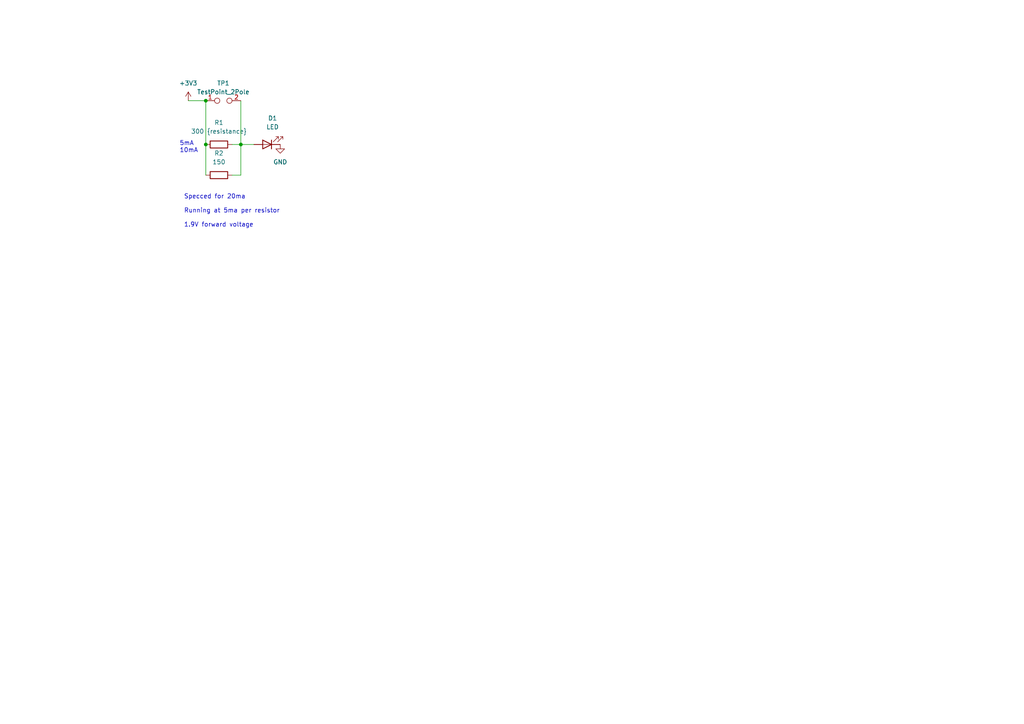
<source format=kicad_sch>
(kicad_sch (version 20230121) (generator eeschema)
  (paper "A4")
  (lib_symbols
    (symbol "Connector:TestPoint_2Pole" (pin_names (offset 0.762) hide)
      (property "Reference" "TP" (at 0 1.524 0))
      (property "Value" "TestPoint_2Pole" (at 0 -1.778 0))
      (symbol "TestPoint_2Pole_0_1"
        (circle (center -1.778 0) (radius 0.762))
        (circle (center 1.778 0) (radius 0.762))
        (pin passive line (at -5.08 0 0) (length 2.54) (name "1") (number "1"))
        (pin passive line (at 5.08 0 180) (length 2.54) (name "2") (number "2"))
      )
    )
    (symbol "Device:LED" (pin_numbers hide) (pin_names (offset 1.016) hide)
      (property "Reference" "D" (at 0 2.54 0))
      (property "Value" "LED" (at 0 -2.54 0))
      (symbol "LED_0_1"
        (polyline (pts (xy -1.27 -1.27) (xy -1.27 1.27)) (stroke (width 0.254)))
        (polyline (pts (xy -1.27 0) (xy 1.27 0)))
        (polyline (pts (xy 1.27 -1.27) (xy 1.27 1.27) (xy -1.27 0) (xy 1.27 -1.27)) (stroke (width 0.254)))
        (polyline (pts (xy -3.048 -0.762) (xy -4.572 -2.286) (xy -3.81 -2.286) (xy -4.572 -2.286) (xy -4.572 -1.524)))
        (polyline (pts (xy -1.778 -0.762) (xy -3.302 -2.286) (xy -2.54 -2.286) (xy -3.302 -2.286) (xy -3.302 -1.524)))
      )
      (symbol "LED_1_1"
        (pin passive line (at -3.81 0 0) (length 2.54) (name "K") (number "1"))
        (pin passive line (at 3.81 0 180) (length 2.54) (name "A") (number "2"))
      )
    )
    (symbol "Device:R" (pin_numbers hide) (pin_names (offset 0))
      (property "Reference" "R" (at 2.032 0 90))
      (property "Value" "R" (at 0 0 90))
      (symbol "R_0_1"
        (rectangle (start -1.016 -2.54) (end 1.016 2.54) (stroke (width 0.254)))
      )
      (symbol "R_1_1"
        (pin passive line (at 0 3.81 270) (length 1.27) (name "~") (number "1"))
        (pin passive line (at 0 -3.81 90) (length 1.27) (name "~") (number "2"))
      )
    )
    (symbol "power:+3V3" (power) (pin_names (offset 0))
      (property "Value" "+3V3" (at 0 3.556 0))
      (symbol "+3V3_0_1"
        (polyline (pts (xy -0.762 1.27) (xy 0 2.54)))
        (polyline (pts (xy 0 0) (xy 0 2.54)))
        (polyline (pts (xy 0 2.54) (xy 0.762 1.27)))
      )
      (symbol "+3V3_1_1"
        (pin power_in line (at 0 0 90) (length 0) hide (name "+3V3") (number "1"))
      )
    )
    (symbol "power:GND" (power) (pin_names (offset 0))
      (property "Value" "GND" (at 0 -3.81 0))
      (symbol "GND_0_1"
        (polyline (pts (xy 0 0) (xy 0 -1.27) (xy 1.27 -1.27) (xy 0 -2.54) (xy -1.27 -1.27) (xy 0 -1.27)))
      )
      (symbol "GND_1_1"
        (pin power_in line (at 0 0 270) (length 0) hide (name "GND") (number "1"))
      )
    )
  )
  (junction (at 59.69 29.21))
  (junction (at 69.85 41.91))
  (junction (at 59.69 41.91))
  (wire (pts (xy 67.31 41.91) (xy 69.85 41.91)))
  (wire (pts (xy 69.85 41.91) (xy 73.66 41.91)))
  (wire (pts (xy 59.69 29.21) (xy 59.69 41.91)))
  (wire (pts (xy 59.69 41.91) (xy 59.69 50.8)))
  (wire (pts (xy 69.85 41.91) (xy 69.85 50.8)))
  (wire (pts (xy 54.61 29.21) (xy 59.69 29.21)))
  (wire (pts (xy 69.85 50.8) (xy 67.31 50.8)))
  (wire (pts (xy 69.85 29.21) (xy 69.85 41.91)))
  (text "5mA\n10mA" (at 52.07 44.45 0) (effects (font (size 1.27 1.27)) (justify left bottom)))
  (text "Specced for 20ma\n\nRunning at 5ma per resistor\n\n1.9V forward voltage" (at 53.34 66.04 0) (effects (font (size 1.27 1.27)) (justify left bottom)))
  (symbol (lib_id "Device:R") (at 63.5 50.8 270) (unit 1)
    (property "Reference" "R2" (at 63.5 44.45 90))
    (property "Value" "150" (at 63.5 46.99 90))
  )
  (symbol (lib_id "Device:LED") (at 77.47 41.91 180) (unit 1)
    (property "Reference" "D1" (at 79.0575 34.29 0))
    (property "Value" "LED" (at 79.0575 36.83 0))
  )
  (symbol (lib_id "power:GND") (at 81.28 41.91 0) (unit 1)
    (property "Reference" "#PWR02" (effects hide))
    (property "Value" "GND" (at 81.28 46.99 0))
  )
  (symbol (lib_id "Device:R") (at 63.5 41.91 270) (unit 1)
    (property "Reference" "R1" (at 63.5 35.56 90))
    (property "Value" "300 {resistance}" (at 63.5 38.1 90))
  )
  (symbol (lib_id "Connector:TestPoint_2Pole") (at 64.77 29.21 0) (unit 1)
    (property "Reference" "TP1" (at 64.77 24.13 0))
    (property "Value" "TestPoint_2Pole" (at 64.77 26.67 0))
  )
  (symbol (lib_id "power:+3V3") (at 54.61 29.21 0) (unit 1)
    (property "Reference" "#PWR01" (effects hide))
    (property "Value" "+3V3" (at 54.61 24.13 0))
  )
)
</source>
